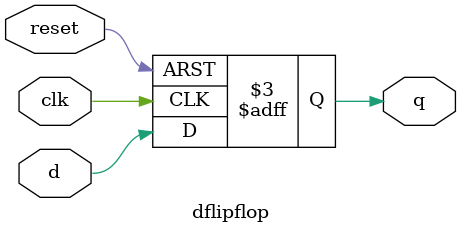
<source format=v>
module lab12_2(clk,a);
input clk;    
output [3:0]a;
dflipflop sto(~a[0],clk,0,a[3]);
dflipflop st1(a[3],clk,0,a[2]);
dflipflop st2(a[2],clk,0,a[1]);
dflipflop st3(a[1],clk,0,a[0]);
endmodule                                                                                                                                                                                                                                                                                                                                                                                                                                                                                                                                  
module dflipflop(d,clk,reset,q);
input d,clk,reset;
output q;
reg q;
always@(posedge reset or negedge clk)
if(reset==1)
q<=0;
else
q<=d;
endmodule


</source>
